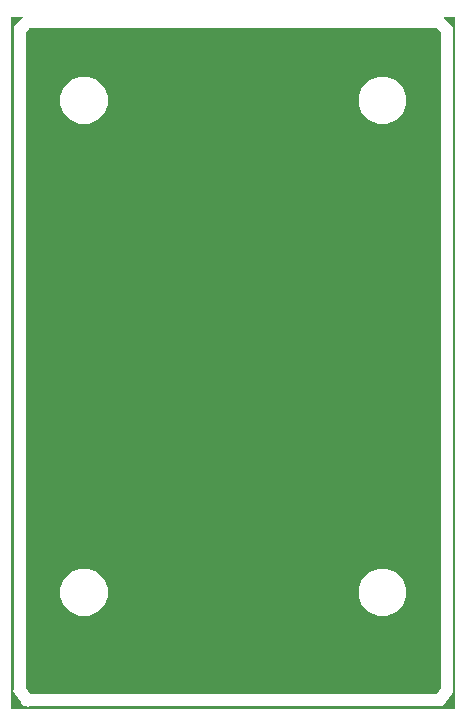
<source format=gbr>
G04 EAGLE Gerber RS-274X export*
G75*
%MOMM*%
%FSLAX34Y34*%
%LPD*%
%INBottom Copper*%
%IPPOS*%
%AMOC8*
5,1,8,0,0,1.08239X$1,22.5*%
G01*

G36*
X352624Y5086D02*
X352624Y5086D01*
X352655Y5083D01*
X352745Y5106D01*
X352836Y5120D01*
X352864Y5135D01*
X352894Y5142D01*
X352972Y5192D01*
X353054Y5236D01*
X353075Y5258D01*
X353101Y5275D01*
X353213Y5400D01*
X356727Y10320D01*
X356740Y10345D01*
X356759Y10367D01*
X356794Y10455D01*
X356836Y10540D01*
X356840Y10569D01*
X356851Y10595D01*
X356869Y10762D01*
X356869Y565270D01*
X356855Y565360D01*
X356847Y565451D01*
X356835Y565481D01*
X356830Y565513D01*
X356787Y565594D01*
X356751Y565677D01*
X356725Y565710D01*
X356714Y565730D01*
X356691Y565752D01*
X356646Y565808D01*
X353718Y568736D01*
X353645Y568789D01*
X353575Y568849D01*
X353545Y568861D01*
X353519Y568880D01*
X353432Y568907D01*
X353347Y568941D01*
X353306Y568945D01*
X353284Y568952D01*
X353251Y568951D01*
X353180Y568959D01*
X8770Y568959D01*
X8680Y568945D01*
X8589Y568937D01*
X8559Y568925D01*
X8527Y568920D01*
X8446Y568877D01*
X8363Y568841D01*
X8330Y568815D01*
X8310Y568804D01*
X8288Y568781D01*
X8232Y568736D01*
X5304Y565808D01*
X5251Y565735D01*
X5191Y565665D01*
X5179Y565635D01*
X5160Y565609D01*
X5133Y565522D01*
X5099Y565437D01*
X5095Y565396D01*
X5088Y565374D01*
X5089Y565341D01*
X5081Y565270D01*
X5081Y10762D01*
X5085Y10734D01*
X5083Y10705D01*
X5105Y10613D01*
X5120Y10519D01*
X5134Y10494D01*
X5141Y10466D01*
X5223Y10320D01*
X8737Y5400D01*
X8759Y5378D01*
X8775Y5351D01*
X8845Y5291D01*
X8910Y5225D01*
X8938Y5211D01*
X8962Y5191D01*
X9048Y5156D01*
X9130Y5115D01*
X9161Y5111D01*
X9190Y5099D01*
X9356Y5081D01*
X352594Y5081D01*
X352624Y5086D01*
G37*
G36*
X368320Y-7108D02*
X368320Y-7108D01*
X368339Y-7110D01*
X368441Y-7088D01*
X368543Y-7072D01*
X368560Y-7062D01*
X368580Y-7058D01*
X368669Y-7005D01*
X368760Y-6956D01*
X368774Y-6942D01*
X368791Y-6932D01*
X368858Y-6853D01*
X368930Y-6778D01*
X368938Y-6760D01*
X368951Y-6745D01*
X368990Y-6649D01*
X369033Y-6555D01*
X369035Y-6535D01*
X369043Y-6517D01*
X369061Y-6350D01*
X369061Y577850D01*
X369058Y577870D01*
X369060Y577889D01*
X369038Y577991D01*
X369022Y578093D01*
X369012Y578110D01*
X369008Y578130D01*
X368955Y578219D01*
X368906Y578310D01*
X368892Y578324D01*
X368882Y578341D01*
X368803Y578408D01*
X368728Y578480D01*
X368710Y578488D01*
X368695Y578501D01*
X368599Y578540D01*
X368505Y578583D01*
X368485Y578585D01*
X368467Y578593D01*
X368300Y578611D01*
X360052Y578611D01*
X359981Y578600D01*
X359909Y578598D01*
X359860Y578580D01*
X359809Y578572D01*
X359746Y578538D01*
X359678Y578513D01*
X359638Y578481D01*
X359592Y578456D01*
X359542Y578405D01*
X359486Y578360D01*
X359458Y578316D01*
X359422Y578278D01*
X359392Y578213D01*
X359353Y578153D01*
X359341Y578102D01*
X359319Y578055D01*
X359311Y577984D01*
X359293Y577914D01*
X359297Y577862D01*
X359292Y577811D01*
X359307Y577740D01*
X359312Y577669D01*
X359333Y577621D01*
X359344Y577570D01*
X359381Y577509D01*
X359409Y577443D01*
X359453Y577387D01*
X359470Y577359D01*
X359488Y577344D01*
X359514Y577312D01*
X367031Y569795D01*
X367031Y9374D01*
X367036Y9341D01*
X367041Y9248D01*
X367308Y7649D01*
X367173Y7460D01*
X367160Y7435D01*
X367141Y7413D01*
X367106Y7324D01*
X367064Y7240D01*
X367060Y7211D01*
X367049Y7185D01*
X367031Y7018D01*
X367031Y6785D01*
X365885Y5639D01*
X365866Y5613D01*
X365803Y5544D01*
X360823Y-1430D01*
X360810Y-1455D01*
X360791Y-1477D01*
X360756Y-1565D01*
X360714Y-1650D01*
X360710Y-1679D01*
X360699Y-1705D01*
X360681Y-1872D01*
X360681Y-2105D01*
X359535Y-3251D01*
X359516Y-3277D01*
X359453Y-3347D01*
X358511Y-4666D01*
X358282Y-4704D01*
X358255Y-4713D01*
X358226Y-4715D01*
X358139Y-4752D01*
X358049Y-4783D01*
X358026Y-4800D01*
X358000Y-4812D01*
X357869Y-4916D01*
X357704Y-5081D01*
X356084Y-5081D01*
X356051Y-5086D01*
X355958Y-5091D01*
X354359Y-5358D01*
X354170Y-5223D01*
X354145Y-5210D01*
X354123Y-5191D01*
X354034Y-5156D01*
X353950Y-5114D01*
X353921Y-5110D01*
X353895Y-5099D01*
X353728Y-5081D01*
X8222Y-5081D01*
X8194Y-5085D01*
X8165Y-5083D01*
X8073Y-5105D01*
X7979Y-5120D01*
X7954Y-5134D01*
X7926Y-5141D01*
X7780Y-5223D01*
X7591Y-5358D01*
X5992Y-5091D01*
X5959Y-5091D01*
X5866Y-5081D01*
X4246Y-5081D01*
X4081Y-4916D01*
X4058Y-4900D01*
X4039Y-4878D01*
X3958Y-4828D01*
X3881Y-4773D01*
X3854Y-4764D01*
X3829Y-4749D01*
X3668Y-4704D01*
X3439Y-4666D01*
X2497Y-3347D01*
X2474Y-3323D01*
X2415Y-3251D01*
X1269Y-2105D01*
X1269Y-1872D01*
X1265Y-1844D01*
X1267Y-1815D01*
X1245Y-1723D01*
X1230Y-1629D01*
X1216Y-1604D01*
X1209Y-1576D01*
X1127Y-1430D01*
X-3853Y5544D01*
X-3866Y5556D01*
X-3868Y5560D01*
X-3877Y5567D01*
X-3935Y5639D01*
X-5081Y6785D01*
X-5081Y7018D01*
X-5085Y7046D01*
X-5083Y7075D01*
X-5105Y7167D01*
X-5120Y7261D01*
X-5134Y7286D01*
X-5141Y7314D01*
X-5223Y7460D01*
X-5358Y7649D01*
X-5091Y9248D01*
X-5091Y9281D01*
X-5081Y9374D01*
X-5081Y569795D01*
X2436Y577312D01*
X2478Y577370D01*
X2528Y577422D01*
X2550Y577469D01*
X2580Y577511D01*
X2601Y577580D01*
X2631Y577645D01*
X2637Y577697D01*
X2652Y577747D01*
X2651Y577818D01*
X2658Y577889D01*
X2647Y577940D01*
X2646Y577992D01*
X2621Y578060D01*
X2606Y578130D01*
X2579Y578175D01*
X2562Y578223D01*
X2517Y578279D01*
X2480Y578341D01*
X2440Y578375D01*
X2408Y578415D01*
X2348Y578454D01*
X2293Y578501D01*
X2245Y578520D01*
X2201Y578548D01*
X2131Y578566D01*
X2065Y578593D01*
X1994Y578601D01*
X1962Y578609D01*
X1939Y578607D01*
X1898Y578611D01*
X-6350Y578611D01*
X-6370Y578608D01*
X-6389Y578610D01*
X-6491Y578588D01*
X-6593Y578572D01*
X-6610Y578562D01*
X-6630Y578558D01*
X-6719Y578505D01*
X-6810Y578456D01*
X-6824Y578442D01*
X-6841Y578432D01*
X-6908Y578353D01*
X-6980Y578278D01*
X-6988Y578260D01*
X-7001Y578245D01*
X-7040Y578149D01*
X-7083Y578055D01*
X-7085Y578035D01*
X-7093Y578017D01*
X-7111Y577850D01*
X-7111Y-6350D01*
X-7108Y-6370D01*
X-7110Y-6389D01*
X-7088Y-6491D01*
X-7072Y-6593D01*
X-7062Y-6610D01*
X-7058Y-6630D01*
X-7005Y-6719D01*
X-6956Y-6810D01*
X-6942Y-6824D01*
X-6932Y-6841D01*
X-6853Y-6908D01*
X-6778Y-6980D01*
X-6760Y-6988D01*
X-6745Y-7001D01*
X-6649Y-7040D01*
X-6555Y-7083D01*
X-6535Y-7085D01*
X-6517Y-7093D01*
X-6350Y-7111D01*
X368300Y-7111D01*
X368320Y-7108D01*
G37*
%LPC*%
G36*
X303346Y487919D02*
X303346Y487919D01*
X295965Y490976D01*
X290316Y496625D01*
X287259Y504006D01*
X287259Y511994D01*
X290316Y519375D01*
X295965Y525024D01*
X303346Y528081D01*
X311334Y528081D01*
X318715Y525024D01*
X324364Y519375D01*
X327421Y511994D01*
X327421Y504006D01*
X324364Y496625D01*
X318715Y490976D01*
X311334Y487919D01*
X303346Y487919D01*
G37*
%LPD*%
%LPC*%
G36*
X50616Y487919D02*
X50616Y487919D01*
X43235Y490976D01*
X37586Y496625D01*
X34529Y504006D01*
X34529Y511994D01*
X37586Y519375D01*
X43235Y525024D01*
X50616Y528081D01*
X58604Y528081D01*
X65985Y525024D01*
X71634Y519375D01*
X74691Y511994D01*
X74691Y504006D01*
X71634Y496625D01*
X65985Y490976D01*
X58604Y487919D01*
X50616Y487919D01*
G37*
%LPD*%
%LPC*%
G36*
X303346Y71359D02*
X303346Y71359D01*
X295965Y74416D01*
X290316Y80065D01*
X287259Y87446D01*
X287259Y95434D01*
X290316Y102815D01*
X295965Y108464D01*
X303346Y111521D01*
X311334Y111521D01*
X318715Y108464D01*
X324364Y102815D01*
X327421Y95434D01*
X327421Y87446D01*
X324364Y80065D01*
X318715Y74416D01*
X311334Y71359D01*
X303346Y71359D01*
G37*
%LPD*%
%LPC*%
G36*
X50616Y71359D02*
X50616Y71359D01*
X43235Y74416D01*
X37586Y80065D01*
X34529Y87446D01*
X34529Y95434D01*
X37586Y102815D01*
X43235Y108464D01*
X50616Y111521D01*
X58604Y111521D01*
X65985Y108464D01*
X71634Y102815D01*
X74691Y95434D01*
X74691Y87446D01*
X71634Y80065D01*
X65985Y74416D01*
X58604Y71359D01*
X50616Y71359D01*
G37*
%LPD*%
M02*

</source>
